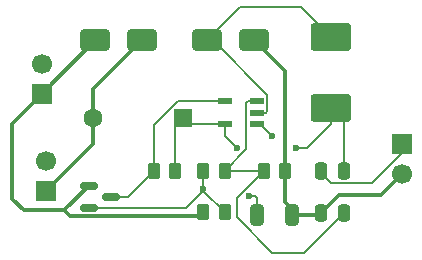
<source format=gbr>
%TF.GenerationSoftware,KiCad,Pcbnew,9.0.4*%
%TF.CreationDate,2025-10-16T10:52:11+01:00*%
%TF.ProjectId,tinySolarSupply,74696e79-536f-46c6-9172-537570706c79,rev?*%
%TF.SameCoordinates,Original*%
%TF.FileFunction,Copper,L1,Top*%
%TF.FilePolarity,Positive*%
%FSLAX46Y46*%
G04 Gerber Fmt 4.6, Leading zero omitted, Abs format (unit mm)*
G04 Created by KiCad (PCBNEW 9.0.4) date 2025-10-16 10:52:11*
%MOMM*%
%LPD*%
G01*
G04 APERTURE LIST*
G04 Aperture macros list*
%AMRoundRect*
0 Rectangle with rounded corners*
0 $1 Rounding radius*
0 $2 $3 $4 $5 $6 $7 $8 $9 X,Y pos of 4 corners*
0 Add a 4 corners polygon primitive as box body*
4,1,4,$2,$3,$4,$5,$6,$7,$8,$9,$2,$3,0*
0 Add four circle primitives for the rounded corners*
1,1,$1+$1,$2,$3*
1,1,$1+$1,$4,$5*
1,1,$1+$1,$6,$7*
1,1,$1+$1,$8,$9*
0 Add four rect primitives between the rounded corners*
20,1,$1+$1,$2,$3,$4,$5,0*
20,1,$1+$1,$4,$5,$6,$7,0*
20,1,$1+$1,$6,$7,$8,$9,0*
20,1,$1+$1,$8,$9,$2,$3,0*%
G04 Aperture macros list end*
%TA.AperFunction,SMDPad,CuDef*%
%ADD10R,1.175499X0.558000*%
%TD*%
%TA.AperFunction,SMDPad,CuDef*%
%ADD11RoundRect,0.235000X1.465000X-0.940000X1.465000X0.940000X-1.465000X0.940000X-1.465000X-0.940000X0*%
%TD*%
%TA.AperFunction,SMDPad,CuDef*%
%ADD12RoundRect,0.250000X0.262500X0.450000X-0.262500X0.450000X-0.262500X-0.450000X0.262500X-0.450000X0*%
%TD*%
%TA.AperFunction,ComponentPad*%
%ADD13RoundRect,0.250000X0.550000X0.550000X-0.550000X0.550000X-0.550000X-0.550000X0.550000X-0.550000X0*%
%TD*%
%TA.AperFunction,ComponentPad*%
%ADD14C,1.600000*%
%TD*%
%TA.AperFunction,ComponentPad*%
%ADD15R,1.700000X1.700000*%
%TD*%
%TA.AperFunction,ComponentPad*%
%ADD16C,1.700000*%
%TD*%
%TA.AperFunction,SMDPad,CuDef*%
%ADD17RoundRect,0.250000X0.250000X0.475000X-0.250000X0.475000X-0.250000X-0.475000X0.250000X-0.475000X0*%
%TD*%
%TA.AperFunction,SMDPad,CuDef*%
%ADD18RoundRect,0.250000X1.000000X0.650000X-1.000000X0.650000X-1.000000X-0.650000X1.000000X-0.650000X0*%
%TD*%
%TA.AperFunction,SMDPad,CuDef*%
%ADD19RoundRect,0.250000X-0.262500X-0.450000X0.262500X-0.450000X0.262500X0.450000X-0.262500X0.450000X0*%
%TD*%
%TA.AperFunction,SMDPad,CuDef*%
%ADD20RoundRect,0.150000X-0.587500X-0.150000X0.587500X-0.150000X0.587500X0.150000X-0.587500X0.150000X0*%
%TD*%
%TA.AperFunction,SMDPad,CuDef*%
%ADD21RoundRect,0.250000X-0.250000X-0.475000X0.250000X-0.475000X0.250000X0.475000X-0.250000X0.475000X0*%
%TD*%
%TA.AperFunction,SMDPad,CuDef*%
%ADD22RoundRect,0.250000X0.325000X0.650000X-0.325000X0.650000X-0.325000X-0.650000X0.325000X-0.650000X0*%
%TD*%
%TA.AperFunction,ViaPad*%
%ADD23C,0.600000*%
%TD*%
%TA.AperFunction,Conductor*%
%ADD24C,0.200000*%
%TD*%
%TA.AperFunction,Conductor*%
%ADD25C,0.350000*%
%TD*%
G04 APERTURE END LIST*
D10*
%TO.P,U1,5,VIN*%
%TO.N,Net-(J3-Pin_1)*%
X120500000Y-144500000D03*
%TO.P,U1,4,SHDN*%
%TO.N,Net-(Q1-D)*%
X120500000Y-142599998D03*
%TO.P,U1,3,FB*%
%TO.N,Net-(U1-FB)*%
X123224902Y-142599998D03*
%TO.P,U1,2,GND*%
%TO.N,Net-(D1-A)*%
X123224902Y-143549999D03*
%TO.P,U1,1,SW*%
%TO.N,GNDD*%
X123224902Y-144500000D03*
%TD*%
D11*
%TO.P,L1,2,2*%
%TO.N,Net-(D1-A)*%
X129500000Y-137105000D03*
%TO.P,L1,1,1*%
%TO.N,Net-(J3-Pin_1)*%
X129500000Y-143155000D03*
%TD*%
D12*
%TO.P,R3,1*%
%TO.N,Net-(J3-Pin_1)*%
X116325000Y-148500000D03*
%TO.P,R3,2*%
%TO.N,Net-(Q1-D)*%
X114500000Y-148500000D03*
%TD*%
D13*
%TO.P,J3,1,Pin_1*%
%TO.N,Net-(J3-Pin_1)*%
X117000000Y-144000000D03*
D14*
%TO.P,J3,2,Pin_2*%
%TO.N,/BAT_P*%
X109380000Y-144000000D03*
%TD*%
D15*
%TO.P,J1,1,Pin_1*%
%TO.N,GNDD*%
X135500000Y-146225000D03*
D16*
%TO.P,J1,2,Pin_2*%
%TO.N,/OUT_P*%
X135500000Y-148765000D03*
%TD*%
D15*
%TO.P,J2,1,Pin_1*%
%TO.N,/BAT_P*%
X105335000Y-150215000D03*
D16*
%TO.P,J2,2,Pin_2*%
%TO.N,GNDD*%
X105335000Y-147675000D03*
%TD*%
D17*
%TO.P,C1,2*%
%TO.N,GNDD*%
X128675000Y-148500000D03*
%TO.P,C1,1*%
%TO.N,Net-(J3-Pin_1)*%
X130575000Y-148500000D03*
%TD*%
D18*
%TO.P,D1,2,A*%
%TO.N,Net-(D1-A)*%
X119000000Y-137430000D03*
%TO.P,D1,1,K*%
%TO.N,/OUT_P*%
X123000000Y-137430000D03*
%TD*%
D19*
%TO.P,R4,2*%
%TO.N,GNDD*%
X120500000Y-152000000D03*
%TO.P,R4,1*%
%TO.N,/SOLAR_P*%
X118675000Y-152000000D03*
%TD*%
D12*
%TO.P,R2,1*%
%TO.N,Net-(U1-FB)*%
X120500000Y-148500000D03*
%TO.P,R2,2*%
%TO.N,GNDD*%
X118675000Y-148500000D03*
%TD*%
%TO.P,R1,1*%
%TO.N,/OUT_P*%
X125612500Y-148500000D03*
%TO.P,R1,2*%
%TO.N,Net-(U1-FB)*%
X123787500Y-148500000D03*
%TD*%
D20*
%TO.P,Q1,1,G*%
%TO.N,/SOLAR_P*%
X109000000Y-149725000D03*
%TO.P,Q1,2,S*%
%TO.N,GNDD*%
X109000000Y-151625000D03*
%TO.P,Q1,3,D*%
%TO.N,Net-(Q1-D)*%
X110875000Y-150675000D03*
%TD*%
D18*
%TO.P,D2,1,K*%
%TO.N,/BAT_P*%
X113500000Y-137430000D03*
%TO.P,D2,2,A*%
%TO.N,/SOLAR_P*%
X109500000Y-137430000D03*
%TD*%
D21*
%TO.P,C3,1*%
%TO.N,/OUT_P*%
X128675000Y-152030000D03*
%TO.P,C3,2*%
%TO.N,Net-(U1-FB)*%
X130575000Y-152030000D03*
%TD*%
D22*
%TO.P,C2,1*%
%TO.N,/OUT_P*%
X126175000Y-152200000D03*
%TO.P,C2,2*%
%TO.N,GNDD*%
X123225000Y-152200000D03*
%TD*%
D15*
%TO.P,J4,1,Pin_1*%
%TO.N,/SOLAR_P*%
X105000000Y-142000000D03*
D16*
%TO.P,J4,2,Pin_2*%
%TO.N,GNDD*%
X105000000Y-139460000D03*
%TD*%
D23*
%TO.N,GNDD*%
X118675000Y-150000000D03*
X122518015Y-150618015D03*
X124500000Y-145500000D03*
%TO.N,Net-(J3-Pin_1)*%
X121500000Y-146500000D03*
X126500000Y-146500000D03*
%TD*%
D24*
%TO.N,GNDD*%
X123225000Y-150775000D02*
X123225000Y-152200000D01*
X123068015Y-150618015D02*
X123225000Y-150775000D01*
X122518015Y-150618015D02*
X123068015Y-150618015D01*
X135500000Y-147000000D02*
X135500000Y-146225000D01*
X129526000Y-149526000D02*
X131060160Y-149526000D01*
X133000000Y-149500000D02*
X135500000Y-147000000D01*
X128675000Y-148675000D02*
X129526000Y-149526000D01*
X128675000Y-148500000D02*
X128675000Y-148675000D01*
X131060160Y-149526000D02*
X131086160Y-149500000D01*
X131086160Y-149500000D02*
X133000000Y-149500000D01*
D25*
%TO.N,/SOLAR_P*%
X105000000Y-141930000D02*
X109500000Y-137430000D01*
X105000000Y-142000000D02*
X105000000Y-141930000D01*
D24*
%TO.N,GNDD*%
X118675000Y-150000000D02*
X118675000Y-150175000D01*
%TO.N,Net-(U1-FB)*%
X120500000Y-148500000D02*
X123787500Y-148500000D01*
%TO.N,GNDD*%
X117225000Y-151625000D02*
X118675000Y-150175000D01*
X109000000Y-151625000D02*
X117225000Y-151625000D01*
X123500000Y-144500000D02*
X124500000Y-145500000D01*
X123224902Y-144500000D02*
X123500000Y-144500000D01*
D25*
%TO.N,/OUT_P*%
X133765000Y-150500000D02*
X130205000Y-150500000D01*
X130205000Y-150500000D02*
X128675000Y-152030000D01*
X135500000Y-148765000D02*
X133765000Y-150500000D01*
D24*
%TO.N,GNDD*%
X118675000Y-150175000D02*
X120500000Y-152000000D01*
X118675000Y-148500000D02*
X118675000Y-150000000D01*
%TO.N,Net-(J3-Pin_1)*%
X121500000Y-146500000D02*
X120500000Y-145500000D01*
X120500000Y-145500000D02*
X120500000Y-144500000D01*
X127500000Y-146500000D02*
X126500000Y-146500000D01*
X129500000Y-144500000D02*
X127500000Y-146500000D01*
X129500000Y-143155000D02*
X129500000Y-144500000D01*
X130575000Y-144230000D02*
X129500000Y-143155000D01*
X130575000Y-148500000D02*
X130575000Y-144230000D01*
%TO.N,Net-(U1-FB)*%
X121500000Y-152399000D02*
X121500000Y-150787500D01*
X124500000Y-155399000D02*
X121500000Y-152399000D01*
X127206000Y-155399000D02*
X124500000Y-155399000D01*
X130575000Y-152030000D02*
X127206000Y-155399000D01*
X121500000Y-150787500D02*
X123787500Y-148500000D01*
D25*
%TO.N,/OUT_P*%
X126175000Y-152200000D02*
X126175000Y-151675000D01*
X126175000Y-151675000D02*
X125612500Y-151112500D01*
X125612500Y-151112500D02*
X125612500Y-148500000D01*
X128505000Y-152200000D02*
X128675000Y-152030000D01*
X126175000Y-152200000D02*
X128505000Y-152200000D01*
D24*
%TO.N,Net-(D1-A)*%
X126996000Y-134601000D02*
X121829000Y-134601000D01*
X129500000Y-137105000D02*
X126996000Y-134601000D01*
X121829000Y-134601000D02*
X119000000Y-137430000D01*
D25*
%TO.N,/OUT_P*%
X125612500Y-140042500D02*
X125612500Y-148500000D01*
X123000000Y-137430000D02*
X125612500Y-140042500D01*
D24*
%TO.N,Net-(D1-A)*%
X119523653Y-137430000D02*
X119000000Y-137430000D01*
X124113651Y-143448999D02*
X124113651Y-142019998D01*
X124113651Y-142019998D02*
X119523653Y-137430000D01*
X124012651Y-143549999D02*
X124113651Y-143448999D01*
X123224902Y-143549999D02*
X124012651Y-143549999D01*
%TO.N,Net-(U1-FB)*%
X122437153Y-142599998D02*
X123224902Y-142599998D01*
X122336153Y-142700998D02*
X122437153Y-142599998D01*
X122336153Y-146663847D02*
X122336153Y-142700998D01*
X120500000Y-148500000D02*
X122336153Y-146663847D01*
%TO.N,Net-(J3-Pin_1)*%
X117500000Y-144500000D02*
X117000000Y-144000000D01*
X120500000Y-144500000D02*
X117500000Y-144500000D01*
%TO.N,Net-(Q1-D)*%
X116513842Y-142599998D02*
X120500000Y-142599998D01*
X114500000Y-144613840D02*
X116513842Y-142599998D01*
X114500000Y-148500000D02*
X114500000Y-144613840D01*
%TO.N,Net-(J3-Pin_1)*%
X116325000Y-144675000D02*
X117000000Y-144000000D01*
X116325000Y-148500000D02*
X116325000Y-144675000D01*
D25*
%TO.N,/SOLAR_P*%
X107378000Y-152301000D02*
X106901000Y-151824000D01*
X118675000Y-152000000D02*
X118374000Y-152301000D01*
X118374000Y-152301000D02*
X107378000Y-152301000D01*
X102500000Y-150824000D02*
X102500000Y-144500000D01*
X103500000Y-151824000D02*
X102500000Y-150824000D01*
X106901000Y-151824000D02*
X103500000Y-151824000D01*
X102500000Y-144500000D02*
X105000000Y-142000000D01*
X109000000Y-149725000D02*
X106901000Y-151824000D01*
D24*
%TO.N,Net-(Q1-D)*%
X112325000Y-150675000D02*
X114500000Y-148500000D01*
X110875000Y-150675000D02*
X112325000Y-150675000D01*
D25*
%TO.N,/BAT_P*%
X109380000Y-146170000D02*
X109380000Y-144000000D01*
X105335000Y-150215000D02*
X109380000Y-146170000D01*
X109380000Y-141550000D02*
X113500000Y-137430000D01*
X109380000Y-144000000D02*
X109380000Y-141550000D01*
%TD*%
M02*

</source>
